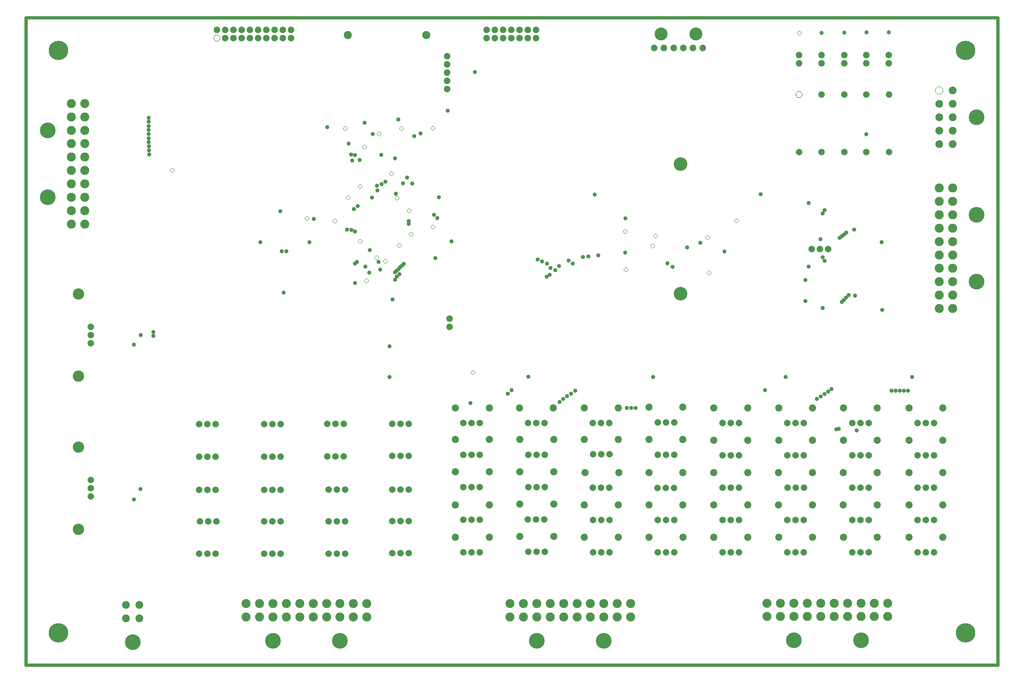
<source format=gbr>
%TF.GenerationSoftware,Altium Limited,Altium Designer,18.0.11 (651)*%
G04 Layer_Physical_Order=2*
G04 Layer_Color=128*
%FSLAX26Y26*%
%MOIN*%
%TF.FileFunction,Copper,L2,Inr,Plane*%
%TF.Part,Single*%
G01*
G75*
%TA.AperFunction,NonConductor*%
%ADD68C,0.040000*%
%TA.AperFunction,ComponentPad*%
%ADD69C,0.079370*%
%ADD70C,0.086614*%
%ADD71C,0.078740*%
%ADD72C,0.157480*%
%ADD73C,0.079528*%
%TA.AperFunction,ViaPad*%
%ADD74C,0.137795*%
%TA.AperFunction,ComponentPad*%
%ADD75C,0.078740*%
G04:AMPARAMS|DCode=76|XSize=82.677mil|YSize=82.677mil|CornerRadius=0mil|HoleSize=0mil|Usage=FLASHONLY|Rotation=0.000|XOffset=0mil|YOffset=0mil|HoleType=Round|Shape=Relief|Width=5.906mil|Gap=5.906mil|Entries=4|*
%AMTHD76*
7,0,0,0.082677,0.070866,0.005906,45*
%
%ADD76THD76*%
%TA.AperFunction,ViaPad*%
%ADD77C,0.165354*%
%ADD78C,0.236220*%
%TA.AperFunction,ComponentPad*%
%ADD79C,0.110236*%
%ADD80C,0.191339*%
%ADD81C,0.098425*%
%ADD82C,0.094488*%
G04:AMPARAMS|DCode=83|XSize=98.425mil|YSize=98.425mil|CornerRadius=0mil|HoleSize=0mil|Usage=FLASHONLY|Rotation=0.000|XOffset=0mil|YOffset=0mil|HoleType=Round|Shape=Relief|Width=5.906mil|Gap=5.906mil|Entries=4|*
%AMTHD83*
7,0,0,0.098425,0.086614,0.005906,45*
%
%ADD83THD83*%
G04:AMPARAMS|DCode=84|XSize=83.307mil|YSize=83.307mil|CornerRadius=0mil|HoleSize=0mil|Usage=FLASHONLY|Rotation=0.000|XOffset=0mil|YOffset=0mil|HoleType=Round|Shape=Relief|Width=5.906mil|Gap=5.906mil|Entries=4|*
%AMTHD84*
7,0,0,0.083307,0.071496,0.005906,45*
%
%ADD84THD84*%
%TA.AperFunction,ViaPad*%
%ADD85C,0.051181*%
G04:AMPARAMS|DCode=86|XSize=55.118mil|YSize=55.118mil|CornerRadius=0mil|HoleSize=0mil|Usage=FLASHONLY|Rotation=0.000|XOffset=0mil|YOffset=0mil|HoleType=Round|Shape=Relief|Width=5.906mil|Gap=5.906mil|Entries=4|*
%AMTHD86*
7,0,0,0.055118,0.043307,0.005906,45*
%
%ADD86THD86*%
D68*
X11811024D01*
Y7874016D01*
X0D02*
X11811024D01*
X0Y0D02*
Y7874016D01*
D69*
X5697244Y7628346D02*
D03*
X5797244D02*
D03*
X5697244Y7728346D02*
D03*
X6197244Y7628346D02*
D03*
Y7728346D02*
D03*
X6097244Y7628346D02*
D03*
Y7728346D02*
D03*
X5997244Y7628346D02*
D03*
Y7728346D02*
D03*
X5897244Y7628346D02*
D03*
Y7728346D02*
D03*
X5597244Y7628346D02*
D03*
X5797244Y7728346D02*
D03*
X5597244D02*
D03*
X9548031Y5061023D02*
D03*
X9748031Y5061024D02*
D03*
X9648031Y5061023D02*
D03*
X5147638Y4114173D02*
D03*
Y4214173D02*
D03*
X10483077Y7421260D02*
D03*
Y7321260D02*
D03*
X5118110Y7409449D02*
D03*
X5118110Y7309449D02*
D03*
X5118110Y7109449D02*
D03*
X5118111Y7009449D02*
D03*
X5118110Y7209449D02*
D03*
X2820670Y7629921D02*
D03*
X3220670Y7729921D02*
D03*
Y7629921D02*
D03*
X3120670Y7729921D02*
D03*
Y7629921D02*
D03*
X3020670Y7729921D02*
D03*
Y7629921D02*
D03*
X2920670Y7729921D02*
D03*
Y7629921D02*
D03*
X2820670Y7729921D02*
D03*
X2520669Y7729921D02*
D03*
X2420669Y7729921D02*
D03*
X2420669Y7629922D02*
D03*
X2520669Y7629921D02*
D03*
X2620670Y7629922D02*
D03*
X2720669Y7729922D02*
D03*
X2720670Y7629922D02*
D03*
X2320670Y7729922D02*
D03*
X2620670Y7729922D02*
D03*
X10212014Y7421260D02*
D03*
Y7321260D02*
D03*
X9943314Y7421260D02*
D03*
Y7321260D02*
D03*
X9667723Y7421260D02*
D03*
Y7321260D02*
D03*
X9392132Y7421260D02*
D03*
Y7321260D02*
D03*
D70*
X10729134Y1555118D02*
D03*
X11140945D02*
D03*
X10729134Y1948819D02*
D03*
X11140945D02*
D03*
X10729134Y2342520D02*
D03*
X11140945D02*
D03*
X10729134Y2736220D02*
D03*
X11140945D02*
D03*
X10729134Y3129921D02*
D03*
X11140945D02*
D03*
X9933465Y1555118D02*
D03*
X10345276D02*
D03*
X9931890Y1948819D02*
D03*
X10343701D02*
D03*
X9931890Y2342520D02*
D03*
X10343701D02*
D03*
X9933465Y2736220D02*
D03*
X10345276D02*
D03*
X9933465Y3129921D02*
D03*
X10345276D02*
D03*
X9146063Y1555118D02*
D03*
X9557874D02*
D03*
X9144488Y1948819D02*
D03*
X9556299D02*
D03*
X9144488Y2342520D02*
D03*
X9556299D02*
D03*
X9146063Y2736220D02*
D03*
X9557874D02*
D03*
X9146063Y3129921D02*
D03*
X9557874D02*
D03*
X8358661Y1555118D02*
D03*
X8770472D02*
D03*
X8357087Y1948819D02*
D03*
X8768898D02*
D03*
X8357087Y2342520D02*
D03*
X8768898D02*
D03*
X8358661Y2736220D02*
D03*
X8770472D02*
D03*
X8358661Y3129921D02*
D03*
X8770472D02*
D03*
X7571260Y1555118D02*
D03*
X7983071D02*
D03*
X7569685Y1948819D02*
D03*
X7981496D02*
D03*
X7569685Y2342520D02*
D03*
X7981496D02*
D03*
X7569685Y2746063D02*
D03*
X7981496D02*
D03*
X7569685Y3139764D02*
D03*
X7981496D02*
D03*
X6783858Y1555118D02*
D03*
X7195669D02*
D03*
X6783858Y1948819D02*
D03*
X7195669D02*
D03*
X6792126Y2342520D02*
D03*
X7203937D02*
D03*
X6783858Y2746063D02*
D03*
X7195669D02*
D03*
X6783858Y3129921D02*
D03*
X7195669D02*
D03*
X6000787Y1564961D02*
D03*
X6412598D02*
D03*
X6000787Y1958661D02*
D03*
X6412598D02*
D03*
X6000787Y2352362D02*
D03*
X6412598D02*
D03*
X6000787Y2746063D02*
D03*
X6412598D02*
D03*
X5996457Y3129921D02*
D03*
X6408268D02*
D03*
X5217323Y1555118D02*
D03*
X5629134D02*
D03*
X5217323Y1948819D02*
D03*
X5629134D02*
D03*
X5217323Y2352362D02*
D03*
X5629134D02*
D03*
X5217323Y2746063D02*
D03*
X5629134D02*
D03*
X5217323Y3129921D02*
D03*
X5629134D02*
D03*
D71*
X10039370Y1371653D02*
D03*
X10139370D02*
D03*
X10239370D02*
D03*
X10039370Y1765354D02*
D03*
X10139370D02*
D03*
X10239370D02*
D03*
X10039370Y2159055D02*
D03*
X10139370D02*
D03*
X10239370D02*
D03*
X10039370Y2552756D02*
D03*
X10139370D02*
D03*
X10239370D02*
D03*
X10039370Y2946456D02*
D03*
X10139370D02*
D03*
X10239370D02*
D03*
X8464567Y1371653D02*
D03*
X8564567D02*
D03*
X8664567D02*
D03*
X8464567Y1765354D02*
D03*
X8564567D02*
D03*
X8664567D02*
D03*
X8464567Y2159055D02*
D03*
X8564567D02*
D03*
X8664567D02*
D03*
X8464567Y2552756D02*
D03*
X8564567D02*
D03*
X8664567D02*
D03*
X6889764Y1371653D02*
D03*
X6989764D02*
D03*
X7089764D02*
D03*
X6889764Y1765354D02*
D03*
X6989764D02*
D03*
X7089764D02*
D03*
X6888189Y2159055D02*
D03*
X6988189D02*
D03*
X7088189D02*
D03*
X6889764Y2564961D02*
D03*
X6989764D02*
D03*
X7089764D02*
D03*
X6888189Y2946456D02*
D03*
X6988189D02*
D03*
X7088189D02*
D03*
X5314961Y1371653D02*
D03*
X5414961D02*
D03*
X5514961D02*
D03*
X5314961Y1768504D02*
D03*
X5414961D02*
D03*
X5514961D02*
D03*
X5313386Y2165354D02*
D03*
X5413386D02*
D03*
X5513386D02*
D03*
X5314961Y2559055D02*
D03*
X5414961D02*
D03*
X5514961D02*
D03*
X5314961Y2946456D02*
D03*
X5414961D02*
D03*
X5514961D02*
D03*
X4449213Y1362599D02*
D03*
X4549213D02*
D03*
X4649213D02*
D03*
X4449213Y1751575D02*
D03*
X4549213D02*
D03*
X4649213D02*
D03*
X4449213Y2137008D02*
D03*
X4549213D02*
D03*
X4649213D02*
D03*
X4449213Y2545351D02*
D03*
X4549213D02*
D03*
X4649213D02*
D03*
X3677871Y1356299D02*
D03*
X3777871D02*
D03*
X3877871D02*
D03*
X3677871Y1750000D02*
D03*
X3777871D02*
D03*
X3877871D02*
D03*
X3677871Y2133859D02*
D03*
X3777871D02*
D03*
X3877871D02*
D03*
X3660631Y2537402D02*
D03*
X3760631D02*
D03*
X3860631D02*
D03*
X3661812Y2934252D02*
D03*
X3761812D02*
D03*
X3861812D02*
D03*
X787402Y4114173D02*
D03*
Y4014173D02*
D03*
Y3914173D02*
D03*
X4449213Y2934252D02*
D03*
X4549213D02*
D03*
X4649213D02*
D03*
X7877165Y2952756D02*
D03*
X7777165D02*
D03*
X7677165D02*
D03*
X7877165Y2559055D02*
D03*
X7777165D02*
D03*
X7677165D02*
D03*
X7872366Y2155512D02*
D03*
X7772366D02*
D03*
X7672366D02*
D03*
X7877165Y1765354D02*
D03*
X7777165D02*
D03*
X7677165D02*
D03*
X7877165Y1371653D02*
D03*
X7777165D02*
D03*
X7677165D02*
D03*
X6300787Y2946456D02*
D03*
X6200787D02*
D03*
X6100787D02*
D03*
X6302362Y2559055D02*
D03*
X6202362D02*
D03*
X6102362D02*
D03*
X6302362Y2165354D02*
D03*
X6202362D02*
D03*
X6102362D02*
D03*
X6297562Y1771654D02*
D03*
X6197562D02*
D03*
X6097562D02*
D03*
X6302362Y1377953D02*
D03*
X6202362D02*
D03*
X6102362D02*
D03*
X11035039Y2946456D02*
D03*
X10935039D02*
D03*
X10835039D02*
D03*
X11035039Y2552756D02*
D03*
X10935039D02*
D03*
X10835039D02*
D03*
X11035039Y2159055D02*
D03*
X10935039D02*
D03*
X10835039D02*
D03*
X11035039Y1765354D02*
D03*
X10935039D02*
D03*
X10835039D02*
D03*
X11035039Y1371653D02*
D03*
X10935039D02*
D03*
X10835039D02*
D03*
X9451969Y2946456D02*
D03*
X9351969D02*
D03*
X9251969D02*
D03*
X9451969Y2552756D02*
D03*
X9351969D02*
D03*
X9251969D02*
D03*
X9455118Y2159055D02*
D03*
X9355118D02*
D03*
X9255118D02*
D03*
X9451969Y1765354D02*
D03*
X9351969D02*
D03*
X9251969D02*
D03*
X9451969Y1371653D02*
D03*
X9351969D02*
D03*
X9251969D02*
D03*
X8664567Y2946456D02*
D03*
X8564567D02*
D03*
X8464567D02*
D03*
X787402Y2252363D02*
D03*
Y2152363D02*
D03*
Y2052363D02*
D03*
X3092126Y2933071D02*
D03*
X2992126D02*
D03*
X2892126D02*
D03*
X3092126Y2536220D02*
D03*
X2992126D02*
D03*
X2892126D02*
D03*
X3092126Y2132677D02*
D03*
X2992126D02*
D03*
X2892126D02*
D03*
X3092126Y1748819D02*
D03*
X2992126D02*
D03*
X2892126D02*
D03*
X3092126Y1355118D02*
D03*
X2992126D02*
D03*
X2892126D02*
D03*
X2304724Y2933071D02*
D03*
X2204724D02*
D03*
X2104724D02*
D03*
X2304724Y2536220D02*
D03*
X2204724D02*
D03*
X2104724D02*
D03*
X2304724Y2132677D02*
D03*
X2204724D02*
D03*
X2104724D02*
D03*
X2313469Y1748819D02*
D03*
X2213469D02*
D03*
X2113469D02*
D03*
X2304724Y1355118D02*
D03*
X2204724D02*
D03*
X2104724D02*
D03*
D72*
X7717520Y7677953D02*
D03*
X8138779D02*
D03*
D73*
X8223425Y7507874D02*
D03*
X8105315D02*
D03*
X7987205D02*
D03*
X7632874D02*
D03*
X7750984D02*
D03*
X7869095D02*
D03*
D74*
X637795Y3514173D02*
D03*
Y4514173D02*
D03*
Y1652362D02*
D03*
Y2652362D02*
D03*
D75*
X10485748Y6942205D02*
D03*
Y6242205D02*
D03*
X10212008Y6942205D02*
D03*
Y6242205D02*
D03*
X9943314Y6941682D02*
D03*
Y6241682D02*
D03*
X9667723Y6941682D02*
D03*
Y6241682D02*
D03*
X9392132D02*
D03*
D76*
Y6941682D02*
D03*
D77*
X7952756Y6094488D02*
D03*
Y4519685D02*
D03*
D78*
X11417323Y393701D02*
D03*
Y7480315D02*
D03*
X393701D02*
D03*
Y393701D02*
D03*
D79*
X551181Y5366142D02*
D03*
Y5529134D02*
D03*
Y6181102D02*
D03*
Y6018110D02*
D03*
Y5692126D02*
D03*
Y5855118D02*
D03*
Y6507087D02*
D03*
Y6344095D02*
D03*
Y6670079D02*
D03*
Y6833071D02*
D03*
X714173D02*
D03*
Y6670079D02*
D03*
Y6344095D02*
D03*
Y6507087D02*
D03*
Y5855118D02*
D03*
Y5692126D02*
D03*
Y6018110D02*
D03*
Y6181102D02*
D03*
Y5529134D02*
D03*
Y5366142D02*
D03*
X11259843Y5805118D02*
D03*
Y5642126D02*
D03*
Y4990158D02*
D03*
Y5153150D02*
D03*
Y5479134D02*
D03*
Y5316142D02*
D03*
Y4664173D02*
D03*
Y4827166D02*
D03*
Y4501181D02*
D03*
Y4338189D02*
D03*
X11096850D02*
D03*
Y4501181D02*
D03*
Y4827166D02*
D03*
Y4664173D02*
D03*
Y5316142D02*
D03*
Y5479134D02*
D03*
Y5153150D02*
D03*
Y4990158D02*
D03*
Y5642126D02*
D03*
Y5805118D02*
D03*
X7347638Y585039D02*
D03*
X7184646D02*
D03*
X6532677D02*
D03*
X6695669D02*
D03*
X7021654D02*
D03*
X6858661D02*
D03*
X6206693D02*
D03*
X6369685D02*
D03*
X6043701D02*
D03*
X5880709D02*
D03*
Y748032D02*
D03*
X6043701D02*
D03*
X6369685D02*
D03*
X6206693D02*
D03*
X6858661D02*
D03*
X7021654D02*
D03*
X6695669D02*
D03*
X6532677D02*
D03*
X7184646D02*
D03*
X7347638D02*
D03*
X10471654Y590551D02*
D03*
X10308661D02*
D03*
X9656693D02*
D03*
X9819685D02*
D03*
X10145669D02*
D03*
X9982677D02*
D03*
X9330709D02*
D03*
X9493701D02*
D03*
X9167717D02*
D03*
X9004724D02*
D03*
Y753543D02*
D03*
X9167717D02*
D03*
X9493701D02*
D03*
X9330709D02*
D03*
X9982677D02*
D03*
X10145669D02*
D03*
X9819685D02*
D03*
X9656693D02*
D03*
X10308661D02*
D03*
X10471654D02*
D03*
X4141340Y585039D02*
D03*
X3978348D02*
D03*
X3326379D02*
D03*
X3489371D02*
D03*
X3815356D02*
D03*
X3652363D02*
D03*
X3000395D02*
D03*
X3163387D02*
D03*
X2837403D02*
D03*
X2674411D02*
D03*
Y748032D02*
D03*
X2837403D02*
D03*
X3163387D02*
D03*
X3000395D02*
D03*
X3652363D02*
D03*
X3815356D02*
D03*
X3489371D02*
D03*
X3326379D02*
D03*
X3978348D02*
D03*
X4141340D02*
D03*
D80*
X262205Y6507087D02*
D03*
Y5692126D02*
D03*
X11548819Y4664173D02*
D03*
Y5479134D02*
D03*
X6206693Y296063D02*
D03*
X7021654D02*
D03*
X9330709Y301575D02*
D03*
X10145669D02*
D03*
X11548819Y6664567D02*
D03*
X3000395Y296063D02*
D03*
X3815356D02*
D03*
X1298425Y278724D02*
D03*
D81*
X3909449Y7665354D02*
D03*
X4862205D02*
D03*
D82*
X11259843Y6990551D02*
D03*
Y6827559D02*
D03*
Y6664567D02*
D03*
Y6501575D02*
D03*
Y6338583D02*
D03*
X11096850D02*
D03*
Y6827559D02*
D03*
Y6664567D02*
D03*
Y6501575D02*
D03*
X1214961Y730693D02*
D03*
X1377953D02*
D03*
Y567701D02*
D03*
X1214961D02*
D03*
D83*
X11096850Y6990551D02*
D03*
D84*
X2320670Y7629921D02*
D03*
D85*
X9885827Y5197835D02*
D03*
X9941929Y5240158D02*
D03*
X9968504Y5262096D02*
D03*
X3921260Y6345867D02*
D03*
X3659449Y6545276D02*
D03*
X5453740Y7215551D02*
D03*
X6476378Y4854409D02*
D03*
X6431102Y4806102D02*
D03*
X6374016Y4832677D02*
D03*
X6328898Y4885827D02*
D03*
X6268701Y4913386D02*
D03*
X6215551Y4937008D02*
D03*
X6362205Y4748032D02*
D03*
X4125243Y4849652D02*
D03*
X4169664Y4774606D02*
D03*
X9704528Y4920079D02*
D03*
X9679527Y4961221D02*
D03*
X9231299Y3505905D02*
D03*
X7620079Y3506299D02*
D03*
X6103346Y3507874D02*
D03*
X4417054Y3506621D02*
D03*
X10767126Y3506299D02*
D03*
X3962599Y6139764D02*
D03*
X7279528Y5019528D02*
D03*
X8926181Y5730315D02*
D03*
X6911417Y5724409D02*
D03*
X10212008Y6460236D02*
D03*
X7283386Y5435039D02*
D03*
X8487205Y5032480D02*
D03*
X8033465Y5080709D02*
D03*
X5854331Y3303150D02*
D03*
X5901772Y3346260D02*
D03*
X5401575Y3188976D02*
D03*
X6484252Y3200787D02*
D03*
X6528543Y3237205D02*
D03*
X6574803Y3271653D02*
D03*
X6622047Y3303150D02*
D03*
X6673228Y3338583D02*
D03*
X7405512Y3129921D02*
D03*
X7354331D02*
D03*
X7299213D02*
D03*
X4317054Y6207677D02*
D03*
X4484471Y6165354D02*
D03*
X4366643Y5881249D02*
D03*
X4205362Y5688976D02*
D03*
X4029336Y5586614D02*
D03*
X3091772Y5523071D02*
D03*
X2846457Y5145669D02*
D03*
X3444882D02*
D03*
X3497295Y5430366D02*
D03*
X8192913Y5137795D02*
D03*
X6834646Y4972441D02*
D03*
X6767717Y4964567D02*
D03*
X6952742Y4984242D02*
D03*
X6642874Y4886968D02*
D03*
X6594488Y4921260D02*
D03*
X9470472Y4429134D02*
D03*
Y4685039D02*
D03*
X7795276Y4887953D02*
D03*
X7858268Y4846457D02*
D03*
X6326772Y4724409D02*
D03*
X1309842Y3897638D02*
D03*
X1309843Y2015748D02*
D03*
X1391838Y2142021D02*
D03*
X1547244Y4003937D02*
D03*
X1392126Y4014173D02*
D03*
X1547244Y4052173D02*
D03*
X4649606Y5400748D02*
D03*
Y5370079D02*
D03*
X4305219Y4811024D02*
D03*
X4285046Y4905512D02*
D03*
X3106299Y5035388D02*
D03*
X3900243Y5300197D02*
D03*
X3996063Y5275591D02*
D03*
X3163387Y5035433D02*
D03*
X3952756Y5297032D02*
D03*
X4503937Y4724409D02*
D03*
X4535433Y4755905D02*
D03*
X4525591Y4819882D02*
D03*
X4505039Y4799213D02*
D03*
X4546482Y4840787D02*
D03*
X4568898Y4861221D02*
D03*
X4589567Y4881890D02*
D03*
X4483126Y4688976D02*
D03*
X3948819Y6210630D02*
D03*
X3985189Y5547244D02*
D03*
X4177165Y5047244D02*
D03*
X5122047Y6744094D02*
D03*
X4715458Y6437008D02*
D03*
X4795276Y6468504D02*
D03*
X4492126Y5736221D02*
D03*
X4629921Y5933071D02*
D03*
X4578740Y5862205D02*
D03*
X4263779Y5830709D02*
D03*
X4523622Y6637795D02*
D03*
X4054134Y6146432D02*
D03*
X3996063Y6204503D02*
D03*
X4112220Y6598425D02*
D03*
X4212598Y6460630D02*
D03*
X4271654Y5775591D02*
D03*
X4484471Y4778762D02*
D03*
X4484252Y4778543D02*
D03*
X4417054Y3877684D02*
D03*
X3131890Y4533465D02*
D03*
X9509559Y5621346D02*
D03*
X9653149Y5181496D02*
D03*
X9508858Y4847441D02*
D03*
X9679890Y4345701D02*
D03*
X9679527Y5495670D02*
D03*
X9704528Y5535630D02*
D03*
X10064764Y5299016D02*
D03*
X9914370Y5218504D02*
D03*
X9913386Y4417323D02*
D03*
X9937992Y4442913D02*
D03*
X9996063Y4500984D02*
D03*
X9964567Y4470472D02*
D03*
X10396654Y5146654D02*
D03*
X10404528Y4322835D02*
D03*
X10074606Y4495276D02*
D03*
X9668307Y7692913D02*
D03*
X9943314Y7696266D02*
D03*
X10213583Y7698819D02*
D03*
X10484252Y7697835D02*
D03*
X8981299Y3345472D02*
D03*
X9786417Y3357284D02*
D03*
X9702756Y3297244D02*
D03*
X9748031Y3327756D02*
D03*
X9846457Y2869095D02*
D03*
X9876969Y2876968D02*
D03*
X10092520Y2854331D02*
D03*
X9611220Y3237205D02*
D03*
X9657480Y3268701D02*
D03*
X10517126Y3339173D02*
D03*
X10567126Y3339370D02*
D03*
X10617126Y3339567D02*
D03*
X10667126Y3340354D02*
D03*
X10717126Y3339961D02*
D03*
X4453740Y4448819D02*
D03*
X4018897Y4904767D02*
D03*
X3996063Y4886968D02*
D03*
Y4649606D02*
D03*
X4996396Y5437659D02*
D03*
X4956385Y5478346D02*
D03*
X4320365Y5852362D02*
D03*
X1496063Y6210630D02*
D03*
X1495079Y6261811D02*
D03*
X1494685Y6310630D02*
D03*
X1491535Y6360630D02*
D03*
X1491142Y6410433D02*
D03*
X1490158Y6460630D02*
D03*
X1489173Y6510827D02*
D03*
Y6560039D02*
D03*
X1490158Y6657480D02*
D03*
X1489567Y6610630D02*
D03*
X4692913Y5860423D02*
D03*
X5016732Y5690945D02*
D03*
X5169291Y5154528D02*
D03*
X4972441Y4950787D02*
D03*
D86*
X4944882Y6531496D02*
D03*
X4565041Y6529831D02*
D03*
X4537490Y5106299D02*
D03*
X4137529Y4675914D02*
D03*
X4061785Y5155512D02*
D03*
X4259842Y4956693D02*
D03*
X4368498Y4913386D02*
D03*
X4681035Y5241142D02*
D03*
X4947895Y5327695D02*
D03*
X4505905Y5683149D02*
D03*
X8634843Y5405610D02*
D03*
X1775591Y6020374D02*
D03*
X4656496Y5527512D02*
D03*
X7290354Y4811024D02*
D03*
X7613071Y5099528D02*
D03*
X7649606Y5218504D02*
D03*
X7281496Y5274882D02*
D03*
X8299213Y4773622D02*
D03*
X8283465Y5201772D02*
D03*
X5433071Y3559055D02*
D03*
X4289661Y6462307D02*
D03*
X3881890Y6527559D02*
D03*
X4112220Y6301165D02*
D03*
X4441167Y5980315D02*
D03*
X4059055Y5822835D02*
D03*
X3917054Y5685039D02*
D03*
X3752463Y5401575D02*
D03*
X3413634Y5430854D02*
D03*
X9395669Y7687992D02*
D03*
%TF.MD5,d8608a0930b583d2c00883f78e95c5cc*%
M02*

</source>
